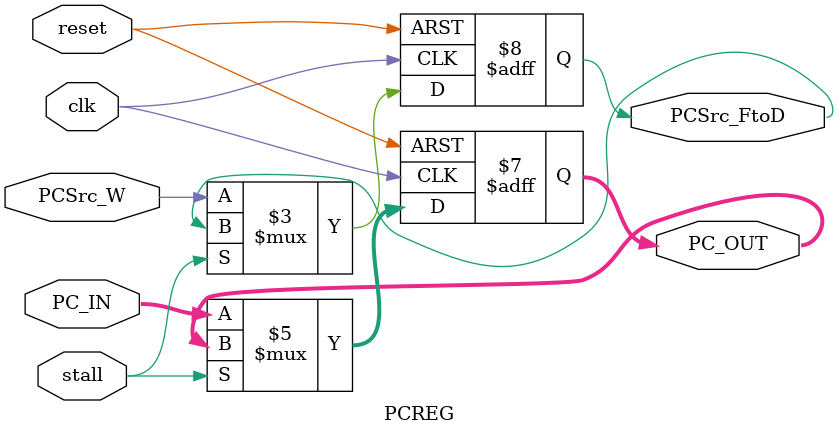
<source format=sv>
module PCREG (input logic 				clk, reset, stall, PCSrc_W,
				  input logic [15:0] 	PC_IN,
				  output logic [15:0] 	PC_OUT,
				  output logic PCSrc_FtoD);

			always_ff @( posedge clk, posedge reset )
				begin
					if (reset ) begin	
						PC_OUT <= 0;
						PCSrc_FtoD <= 0;
					end else begin
						if (~stall) begin
							PC_OUT <= PC_IN;
							PCSrc_FtoD <= PCSrc_W;
						end 
					end
				end
endmodule   
</source>
